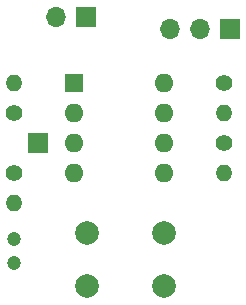
<source format=gbs>
%TF.GenerationSoftware,KiCad,Pcbnew,7.0.10*%
%TF.CreationDate,2024-01-13T01:29:39-05:00*%
%TF.ProjectId,555_toggle-switch,3535355f-746f-4676-976c-652d73776974,rev?*%
%TF.SameCoordinates,Original*%
%TF.FileFunction,Soldermask,Bot*%
%TF.FilePolarity,Negative*%
%FSLAX46Y46*%
G04 Gerber Fmt 4.6, Leading zero omitted, Abs format (unit mm)*
G04 Created by KiCad (PCBNEW 7.0.10) date 2024-01-13 01:29:39*
%MOMM*%
%LPD*%
G01*
G04 APERTURE LIST*
%ADD10R,1.700000X1.700000*%
%ADD11O,1.700000X1.700000*%
%ADD12R,1.600000X1.600000*%
%ADD13O,1.600000X1.600000*%
%ADD14C,1.400000*%
%ADD15O,1.400000X1.400000*%
%ADD16C,1.200000*%
%ADD17C,2.000000*%
G04 APERTURE END LIST*
D10*
%TO.C,J2*%
X118872000Y-99060000D03*
%TD*%
%TO.C,SW2*%
X135128000Y-89408000D03*
D11*
X132588000Y-89408000D03*
X130048000Y-89408000D03*
%TD*%
%TO.C,J1*%
X120380000Y-88392000D03*
D10*
X122920000Y-88392000D03*
%TD*%
D12*
%TO.C,U1*%
X121920000Y-93980000D03*
D13*
X121920000Y-96520000D03*
X121920000Y-99060000D03*
X121920000Y-101600000D03*
X129540000Y-101600000D03*
X129540000Y-99060000D03*
X129540000Y-96520000D03*
X129540000Y-93980000D03*
%TD*%
D14*
%TO.C,R4*%
X134620000Y-99060000D03*
D15*
X134620000Y-101600000D03*
%TD*%
D14*
%TO.C,R1*%
X116840000Y-96520000D03*
D15*
X116840000Y-93980000D03*
%TD*%
D16*
%TO.C,C2*%
X116840000Y-109220000D03*
X116840000Y-107220000D03*
%TD*%
D14*
%TO.C,R2*%
X134620000Y-93980000D03*
D15*
X134620000Y-96520000D03*
%TD*%
D14*
%TO.C,R3*%
X116840000Y-101600000D03*
D15*
X116840000Y-104140000D03*
%TD*%
D17*
%TO.C,SW1*%
X123040000Y-106680000D03*
X129540000Y-106680000D03*
X123040000Y-111180000D03*
X129540000Y-111180000D03*
%TD*%
M02*

</source>
